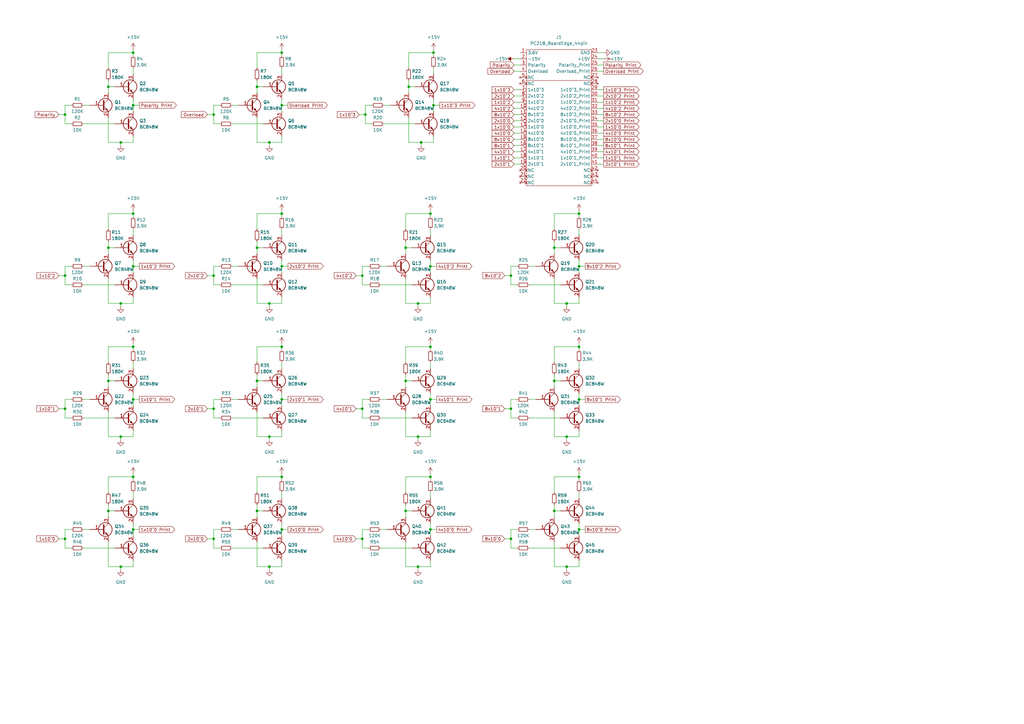
<source format=kicad_sch>
(kicad_sch (version 20211123) (generator eeschema)
  (paper "A3")
  (junction (at 49.53 179.07))
  (junction (at 177.8 21.59))
  (junction (at 209.55 220.98))
  (junction (at 44.45 101.6))
  (junction (at 54.61 195.58))
  (junction (at 105.41 209.55))
  (junction (at 87.63 220.98))
  (junction (at 26.67 220.98))
  (junction (at 110.49 58.42))
  (junction (at 227.33 101.6))
  (junction (at 49.53 58.42))
  (junction (at 105.41 35.56))
  (junction (at 87.63 167.64))
  (junction (at 171.45 179.07))
  (junction (at 176.53 195.58))
  (junction (at 227.33 209.55))
  (junction (at 171.45 124.46))
  (junction (at 149.86 46.99))
  (junction (at 232.41 179.07))
  (junction (at 148.59 220.98))
  (junction (at 110.49 232.41))
  (junction (at 176.53 142.24))
  (junction (at 176.53 109.22))
  (junction (at 26.67 113.03))
  (junction (at 232.41 232.41))
  (junction (at 54.61 43.18))
  (junction (at 105.41 101.6))
  (junction (at 87.63 113.03))
  (junction (at 54.61 21.59))
  (junction (at 176.53 217.17))
  (junction (at 115.57 195.58))
  (junction (at 54.61 163.83))
  (junction (at 148.59 167.64))
  (junction (at 115.57 21.59))
  (junction (at 115.57 142.24))
  (junction (at 110.49 124.46))
  (junction (at 54.61 217.17))
  (junction (at 166.37 209.55))
  (junction (at 44.45 209.55))
  (junction (at 44.45 156.21))
  (junction (at 237.49 163.83))
  (junction (at 209.55 113.03))
  (junction (at 232.41 124.46))
  (junction (at 166.37 156.21))
  (junction (at 172.72 58.42))
  (junction (at 237.49 87.63))
  (junction (at 166.37 101.6))
  (junction (at 26.67 167.64))
  (junction (at 227.33 156.21))
  (junction (at 209.55 167.64))
  (junction (at 87.63 46.99))
  (junction (at 167.64 35.56))
  (junction (at 54.61 109.22))
  (junction (at 171.45 232.41))
  (junction (at 26.67 46.99))
  (junction (at 176.53 87.63))
  (junction (at 49.53 124.46))
  (junction (at 105.41 156.21))
  (junction (at 237.49 195.58))
  (junction (at 237.49 109.22))
  (junction (at 110.49 179.07))
  (junction (at 177.8 43.18))
  (junction (at 49.53 232.41))
  (junction (at 44.45 35.56))
  (junction (at 115.57 109.22))
  (junction (at 148.59 113.03))
  (junction (at 115.57 163.83))
  (junction (at 237.49 217.17))
  (junction (at 54.61 142.24))
  (junction (at 115.57 43.18))
  (junction (at 115.57 217.17))
  (junction (at 237.49 142.24))
  (junction (at 115.57 87.63))
  (junction (at 54.61 87.63))
  (junction (at 176.53 163.83))
  (wire (pts (xy 95.25 116.84) (xy 107.95 116.84)))
  (wire (pts (xy 44.45 87.63) (xy 54.61 87.63)))
  (wire (pts (xy 49.53 124.46) (xy 54.61 124.46)))
  (wire (pts (xy 237.49 109.22) (xy 237.49 111.76)))
  (wire (pts (xy 176.53 109.22) (xy 179.07 109.22)))
  (wire (pts (xy 245.11 54.61) (xy 247.65 54.61)))
  (wire (pts (xy 245.11 24.13) (xy 247.65 24.13)))
  (wire (pts (xy 24.13 113.03) (xy 26.67 113.03)))
  (wire (pts (xy 26.67 224.79) (xy 26.67 220.98)))
  (wire (pts (xy 209.55 224.79) (xy 209.55 220.98)))
  (wire (pts (xy 26.67 116.84) (xy 26.67 113.03)))
  (wire (pts (xy 210.82 24.13) (xy 213.36 24.13)))
  (wire (pts (xy 110.49 59.69) (xy 110.49 58.42)))
  (wire (pts (xy 210.82 59.69) (xy 213.36 59.69)))
  (wire (pts (xy 115.57 163.83) (xy 115.57 166.37)))
  (wire (pts (xy 166.37 153.67) (xy 166.37 156.21)))
  (wire (pts (xy 44.45 35.56) (xy 44.45 38.1)))
  (wire (pts (xy 105.41 195.58) (xy 115.57 195.58)))
  (wire (pts (xy 29.21 171.45) (xy 26.67 171.45)))
  (wire (pts (xy 177.8 21.59) (xy 177.8 22.86)))
  (wire (pts (xy 115.57 140.97) (xy 115.57 142.24)))
  (wire (pts (xy 105.41 21.59) (xy 115.57 21.59)))
  (wire (pts (xy 87.63 113.03) (xy 87.63 109.22)))
  (wire (pts (xy 227.33 153.67) (xy 227.33 156.21)))
  (wire (pts (xy 87.63 50.8) (xy 87.63 46.99)))
  (wire (pts (xy 54.61 163.83) (xy 57.15 163.83)))
  (wire (pts (xy 146.05 167.64) (xy 148.59 167.64)))
  (wire (pts (xy 210.82 46.99) (xy 213.36 46.99)))
  (wire (pts (xy 105.41 153.67) (xy 105.41 156.21)))
  (wire (pts (xy 212.09 116.84) (xy 209.55 116.84)))
  (wire (pts (xy 54.61 142.24) (xy 54.61 143.51)))
  (wire (pts (xy 44.45 142.24) (xy 54.61 142.24)))
  (wire (pts (xy 44.45 195.58) (xy 54.61 195.58)))
  (wire (pts (xy 148.59 167.64) (xy 148.59 163.83)))
  (wire (pts (xy 171.45 124.46) (xy 176.53 124.46)))
  (wire (pts (xy 237.49 217.17) (xy 240.03 217.17)))
  (wire (pts (xy 105.41 209.55) (xy 105.41 212.09)))
  (wire (pts (xy 210.82 54.61) (xy 213.36 54.61)))
  (wire (pts (xy 210.82 62.23) (xy 213.36 62.23)))
  (wire (pts (xy 167.64 21.59) (xy 177.8 21.59)))
  (wire (pts (xy 44.45 153.67) (xy 44.45 156.21)))
  (wire (pts (xy 152.4 50.8) (xy 149.86 50.8)))
  (wire (pts (xy 44.45 148.59) (xy 44.45 142.24)))
  (wire (pts (xy 148.59 163.83) (xy 151.13 163.83)))
  (wire (pts (xy 237.49 217.17) (xy 237.49 219.71)))
  (wire (pts (xy 34.29 116.84) (xy 46.99 116.84)))
  (wire (pts (xy 26.67 43.18) (xy 29.21 43.18)))
  (wire (pts (xy 54.61 27.94) (xy 54.61 30.48)))
  (wire (pts (xy 54.61 232.41) (xy 54.61 229.87)))
  (wire (pts (xy 26.67 220.98) (xy 26.67 217.17)))
  (wire (pts (xy 232.41 124.46) (xy 237.49 124.46)))
  (wire (pts (xy 146.05 113.03) (xy 148.59 113.03)))
  (wire (pts (xy 232.41 179.07) (xy 227.33 179.07)))
  (wire (pts (xy 54.61 140.97) (xy 54.61 142.24)))
  (wire (pts (xy 110.49 124.46) (xy 105.41 124.46)))
  (wire (pts (xy 29.21 116.84) (xy 26.67 116.84)))
  (wire (pts (xy 115.57 214.63) (xy 115.57 217.17)))
  (wire (pts (xy 115.57 201.93) (xy 115.57 204.47)))
  (wire (pts (xy 54.61 217.17) (xy 57.15 217.17)))
  (wire (pts (xy 227.33 142.24) (xy 237.49 142.24)))
  (wire (pts (xy 210.82 52.07) (xy 213.36 52.07)))
  (wire (pts (xy 105.41 99.06) (xy 105.41 101.6)))
  (wire (pts (xy 245.11 64.77) (xy 247.65 64.77)))
  (wire (pts (xy 172.72 58.42) (xy 167.64 58.42)))
  (wire (pts (xy 237.49 109.22) (xy 240.03 109.22)))
  (wire (pts (xy 245.11 52.07) (xy 247.65 52.07)))
  (wire (pts (xy 210.82 67.31) (xy 213.36 67.31)))
  (wire (pts (xy 24.13 220.98) (xy 26.67 220.98)))
  (wire (pts (xy 85.09 113.03) (xy 87.63 113.03)))
  (wire (pts (xy 245.11 39.37) (xy 247.65 39.37)))
  (wire (pts (xy 176.53 148.59) (xy 176.53 151.13)))
  (wire (pts (xy 166.37 222.25) (xy 166.37 232.41)))
  (wire (pts (xy 166.37 142.24) (xy 176.53 142.24)))
  (wire (pts (xy 95.25 43.18) (xy 97.79 43.18)))
  (wire (pts (xy 171.45 124.46) (xy 166.37 124.46)))
  (wire (pts (xy 209.55 220.98) (xy 209.55 217.17)))
  (wire (pts (xy 207.01 113.03) (xy 209.55 113.03)))
  (wire (pts (xy 232.41 180.34) (xy 232.41 179.07)))
  (wire (pts (xy 237.49 195.58) (xy 237.49 196.85)))
  (wire (pts (xy 166.37 101.6) (xy 168.91 101.6)))
  (wire (pts (xy 110.49 180.34) (xy 110.49 179.07)))
  (wire (pts (xy 217.17 163.83) (xy 219.71 163.83)))
  (wire (pts (xy 227.33 114.3) (xy 227.33 124.46)))
  (wire (pts (xy 105.41 35.56) (xy 105.41 38.1)))
  (wire (pts (xy 148.59 116.84) (xy 148.59 113.03)))
  (wire (pts (xy 171.45 233.68) (xy 171.45 232.41)))
  (wire (pts (xy 210.82 57.15) (xy 213.36 57.15)))
  (wire (pts (xy 24.13 167.64) (xy 26.67 167.64)))
  (wire (pts (xy 105.41 87.63) (xy 115.57 87.63)))
  (wire (pts (xy 105.41 156.21) (xy 107.95 156.21)))
  (wire (pts (xy 176.53 93.98) (xy 176.53 96.52)))
  (wire (pts (xy 105.41 101.6) (xy 105.41 104.14)))
  (wire (pts (xy 148.59 113.03) (xy 148.59 109.22)))
  (wire (pts (xy 26.67 46.99) (xy 26.67 43.18)))
  (wire (pts (xy 245.11 67.31) (xy 247.65 67.31)))
  (wire (pts (xy 166.37 201.93) (xy 166.37 195.58)))
  (wire (pts (xy 227.33 222.25) (xy 227.33 232.41)))
  (wire (pts (xy 210.82 41.91) (xy 213.36 41.91)))
  (wire (pts (xy 110.49 233.68) (xy 110.49 232.41)))
  (wire (pts (xy 44.45 101.6) (xy 46.99 101.6)))
  (wire (pts (xy 110.49 58.42) (xy 105.41 58.42)))
  (wire (pts (xy 232.41 232.41) (xy 237.49 232.41)))
  (wire (pts (xy 85.09 46.99) (xy 87.63 46.99)))
  (wire (pts (xy 177.8 40.64) (xy 177.8 43.18)))
  (wire (pts (xy 156.21 116.84) (xy 168.91 116.84)))
  (wire (pts (xy 148.59 220.98) (xy 148.59 217.17)))
  (wire (pts (xy 149.86 46.99) (xy 149.86 43.18)))
  (wire (pts (xy 54.61 124.46) (xy 54.61 121.92)))
  (wire (pts (xy 171.45 232.41) (xy 166.37 232.41)))
  (wire (pts (xy 44.45 27.94) (xy 44.45 21.59)))
  (wire (pts (xy 217.17 109.22) (xy 219.71 109.22)))
  (wire (pts (xy 176.53 201.93) (xy 176.53 204.47)))
  (wire (pts (xy 105.41 222.25) (xy 105.41 232.41)))
  (wire (pts (xy 105.41 48.26) (xy 105.41 58.42)))
  (wire (pts (xy 149.86 43.18) (xy 152.4 43.18)))
  (wire (pts (xy 177.8 43.18) (xy 177.8 45.72)))
  (wire (pts (xy 156.21 163.83) (xy 158.75 163.83)))
  (wire (pts (xy 237.49 124.46) (xy 237.49 121.92)))
  (wire (pts (xy 166.37 148.59) (xy 166.37 142.24)))
  (wire (pts (xy 176.53 179.07) (xy 176.53 176.53)))
  (wire (pts (xy 87.63 116.84) (xy 87.63 113.03)))
  (wire (pts (xy 210.82 64.77) (xy 213.36 64.77)))
  (wire (pts (xy 167.64 35.56) (xy 170.18 35.56)))
  (wire (pts (xy 54.61 161.29) (xy 54.61 163.83)))
  (wire (pts (xy 105.41 101.6) (xy 107.95 101.6)))
  (wire (pts (xy 209.55 109.22) (xy 212.09 109.22)))
  (wire (pts (xy 227.33 99.06) (xy 227.33 101.6)))
  (wire (pts (xy 54.61 40.64) (xy 54.61 43.18)))
  (wire (pts (xy 85.09 167.64) (xy 87.63 167.64)))
  (wire (pts (xy 227.33 209.55) (xy 229.87 209.55)))
  (wire (pts (xy 171.45 179.07) (xy 176.53 179.07)))
  (wire (pts (xy 237.49 179.07) (xy 237.49 176.53)))
  (wire (pts (xy 148.59 171.45) (xy 148.59 167.64)))
  (wire (pts (xy 176.53 163.83) (xy 179.07 163.83)))
  (wire (pts (xy 49.53 233.68) (xy 49.53 232.41)))
  (wire (pts (xy 245.11 44.45) (xy 247.65 44.45)))
  (wire (pts (xy 166.37 156.21) (xy 166.37 158.75)))
  (wire (pts (xy 26.67 171.45) (xy 26.67 167.64)))
  (wire (pts (xy 24.13 46.99) (xy 26.67 46.99)))
  (wire (pts (xy 105.41 168.91) (xy 105.41 179.07)))
  (wire (pts (xy 44.45 21.59) (xy 54.61 21.59)))
  (wire (pts (xy 95.25 217.17) (xy 97.79 217.17)))
  (wire (pts (xy 227.33 101.6) (xy 229.87 101.6)))
  (wire (pts (xy 54.61 179.07) (xy 54.61 176.53)))
  (wire (pts (xy 54.61 148.59) (xy 54.61 151.13)))
  (wire (pts (xy 176.53 140.97) (xy 176.53 142.24)))
  (wire (pts (xy 87.63 217.17) (xy 90.17 217.17)))
  (wire (pts (xy 237.49 194.31) (xy 237.49 195.58)))
  (wire (pts (xy 166.37 156.21) (xy 168.91 156.21)))
  (wire (pts (xy 115.57 194.31) (xy 115.57 195.58)))
  (wire (pts (xy 115.57 106.68) (xy 115.57 109.22)))
  (wire (pts (xy 209.55 116.84) (xy 209.55 113.03)))
  (wire (pts (xy 232.41 124.46) (xy 227.33 124.46)))
  (wire (pts (xy 151.13 171.45) (xy 148.59 171.45)))
  (wire (pts (xy 245.11 26.67) (xy 247.65 26.67)))
  (wire (pts (xy 115.57 148.59) (xy 115.57 151.13)))
  (wire (pts (xy 110.49 232.41) (xy 115.57 232.41)))
  (wire (pts (xy 34.29 171.45) (xy 46.99 171.45)))
  (wire (pts (xy 156.21 217.17) (xy 158.75 217.17)))
  (wire (pts (xy 87.63 171.45) (xy 87.63 167.64)))
  (wire (pts (xy 232.41 179.07) (xy 237.49 179.07)))
  (wire (pts (xy 34.29 50.8) (xy 46.99 50.8)))
  (wire (pts (xy 115.57 21.59) (xy 115.57 22.86)))
  (wire (pts (xy 26.67 167.64) (xy 26.67 163.83)))
  (wire (pts (xy 166.37 207.01) (xy 166.37 209.55)))
  (wire (pts (xy 237.49 93.98) (xy 237.49 96.52)))
  (wire (pts (xy 29.21 50.8) (xy 26.67 50.8)))
  (wire (pts (xy 34.29 163.83) (xy 36.83 163.83)))
  (wire (pts (xy 87.63 43.18) (xy 90.17 43.18)))
  (wire (pts (xy 227.33 195.58) (xy 237.49 195.58)))
  (wire (pts (xy 34.29 109.22) (xy 36.83 109.22)))
  (wire (pts (xy 245.11 59.69) (xy 247.65 59.69)))
  (wire (pts (xy 54.61 109.22) (xy 54.61 111.76)))
  (wire (pts (xy 167.64 35.56) (xy 167.64 38.1)))
  (wire (pts (xy 49.53 232.41) (xy 54.61 232.41)))
  (wire (pts (xy 34.29 43.18) (xy 36.83 43.18)))
  (wire (pts (xy 44.45 101.6) (xy 44.45 104.14)))
  (wire (pts (xy 157.48 50.8) (xy 170.18 50.8)))
  (wire (pts (xy 49.53 59.69) (xy 49.53 58.42)))
  (wire (pts (xy 105.41 114.3) (xy 105.41 124.46)))
  (wire (pts (xy 110.49 232.41) (xy 105.41 232.41)))
  (wire (pts (xy 237.49 201.93) (xy 237.49 204.47)))
  (wire (pts (xy 115.57 124.46) (xy 115.57 121.92)))
  (wire (pts (xy 115.57 217.17) (xy 118.11 217.17)))
  (wire (pts (xy 49.53 232.41) (xy 44.45 232.41)))
  (wire (pts (xy 115.57 161.29) (xy 115.57 163.83)))
  (wire (pts (xy 105.41 148.59) (xy 105.41 142.24)))
  (wire (pts (xy 212.09 171.45) (xy 209.55 171.45)))
  (wire (pts (xy 105.41 93.98) (xy 105.41 87.63)))
  (wire (pts (xy 115.57 109.22) (xy 118.11 109.22)))
  (wire (pts (xy 166.37 99.06) (xy 166.37 101.6)))
  (wire (pts (xy 156.21 224.79) (xy 168.91 224.79)))
  (wire (pts (xy 177.8 27.94) (xy 177.8 30.48)))
  (wire (pts (xy 44.45 99.06) (xy 44.45 101.6)))
  (wire (pts (xy 105.41 207.01) (xy 105.41 209.55)))
  (wire (pts (xy 212.09 224.79) (xy 209.55 224.79)))
  (wire (pts (xy 232.41 125.73) (xy 232.41 124.46)))
  (wire (pts (xy 85.09 220.98) (xy 87.63 220.98)))
  (wire (pts (xy 207.01 167.64) (xy 209.55 167.64)))
  (wire (pts (xy 210.82 49.53) (xy 213.36 49.53)))
  (wire (pts (xy 44.45 35.56) (xy 46.99 35.56)))
  (wire (pts (xy 148.59 224.79) (xy 148.59 220.98)))
  (wire (pts (xy 166.37 209.55) (xy 168.91 209.55)))
  (wire (pts (xy 115.57 27.94) (xy 115.57 30.48)))
  (wire (pts (xy 166.37 87.63) (xy 176.53 87.63)))
  (wire (pts (xy 44.45 201.93) (xy 44.45 195.58)))
  (wire (pts (xy 227.33 156.21) (xy 227.33 158.75)))
  (wire (pts (xy 176.53 161.29) (xy 176.53 163.83)))
  (wire (pts (xy 209.55 217.17) (xy 212.09 217.17)))
  (wire (pts (xy 232.41 233.68) (xy 232.41 232.41)))
  (wire (pts (xy 237.49 106.68) (xy 237.49 109.22)))
  (wire (pts (xy 210.82 29.21) (xy 213.36 29.21)))
  (wire (pts (xy 54.61 86.36) (xy 54.61 87.63)))
  (wire (pts (xy 245.11 41.91) (xy 247.65 41.91)))
  (wire (pts (xy 105.41 156.21) (xy 105.41 158.75)))
  (wire (pts (xy 115.57 179.07) (xy 115.57 176.53)))
  (wire (pts (xy 177.8 58.42) (xy 177.8 55.88)))
  (wire (pts (xy 49.53 125.73) (xy 49.53 124.46)))
  (wire (pts (xy 44.45 33.02) (xy 44.45 35.56)))
  (wire (pts (xy 156.21 109.22) (xy 158.75 109.22)))
  (wire (pts (xy 54.61 21.59) (xy 54.61 22.86)))
  (wire (pts (xy 151.13 116.84) (xy 148.59 116.84)))
  (wire (pts (xy 54.61 93.98) (xy 54.61 96.52)))
  (wire (pts (xy 44.45 207.01) (xy 44.45 209.55)))
  (wire (pts (xy 209.55 113.03) (xy 209.55 109.22)))
  (wire (pts (xy 237.49 87.63) (xy 237.49 88.9)))
  (wire (pts (xy 115.57 58.42) (xy 115.57 55.88)))
  (wire (pts (xy 227.33 148.59) (xy 227.33 142.24)))
  (wire (pts (xy 115.57 93.98) (xy 115.57 96.52)))
  (wire (pts (xy 227.33 207.01) (xy 227.33 209.55)))
  (wire (pts (xy 54.61 43.18) (xy 57.15 43.18)))
  (wire (pts (xy 90.17 224.79) (xy 87.63 224.79)))
  (wire (pts (xy 115.57 43.18) (xy 115.57 45.72)))
  (wire (pts (xy 44.45 156.21) (xy 44.45 158.75)))
  (wire (pts (xy 245.11 21.59) (xy 247.65 21.59)))
  (wire (pts (xy 44.45 209.55) (xy 46.99 209.55)))
  (wire (pts (xy 95.25 163.83) (xy 97.79 163.83)))
  (wire (pts (xy 44.45 209.55) (xy 44.45 212.09)))
  (wire (pts (xy 210.82 26.67) (xy 213.36 26.67)))
  (wire (pts (xy 26.67 109.22) (xy 29.21 109.22)))
  (wire (pts (xy 245.11 62.23) (xy 247.65 62.23)))
  (wire (pts (xy 115.57 163.83) (xy 118.11 163.83)))
  (wire (pts (xy 237.49 142.24) (xy 237.49 143.51)))
  (wire (pts (xy 115.57 232.41) (xy 115.57 229.87)))
  (wire (pts (xy 176.53 194.31) (xy 176.53 195.58)))
  (wire (pts (xy 176.53 142.24) (xy 176.53 143.51)))
  (wire (pts (xy 176.53 232.41) (xy 176.53 229.87)))
  (wire (pts (xy 167.64 33.02) (xy 167.64 35.56)))
  (wire (pts (xy 105.41 33.02) (xy 105.41 35.56)))
  (wire (pts (xy 166.37 101.6) (xy 166.37 104.14)))
  (wire (pts (xy 26.67 217.17) (xy 29.21 217.17)))
  (wire (pts (xy 237.49 214.63) (xy 237.49 217.17)))
  (wire (pts (xy 166.37 114.3) (xy 166.37 124.46)))
  (wire (pts (xy 105.41 35.56) (xy 107.95 35.56)))
  (wire (pts (xy 95.25 224.79) (xy 107.95 224.79)))
  (wire (pts (xy 171.45 180.34) (xy 171.45 179.07)))
  (wire (pts (xy 237.49 232.41) (xy 237.49 229.87)))
  (wire (pts (xy 176.53 195.58) (xy 176.53 196.85)))
  (wire (pts (xy 207.01 220.98) (xy 209.55 220.98)))
  (wire (pts (xy 227.33 101.6) (xy 227.33 104.14)))
  (wire (pts (xy 237.49 140.97) (xy 237.49 142.24)))
  (wire (pts (xy 49.53 58.42) (xy 54.61 58.42)))
  (wire (pts (xy 210.82 44.45) (xy 213.36 44.45)))
  (wire (pts (xy 44.45 222.25) (xy 44.45 232.41)))
  (wire (pts (xy 105.41 27.94) (xy 105.41 21.59)))
  (wire (pts (xy 115.57 40.64) (xy 115.57 43.18)))
  (wire (pts (xy 110.49 125.73) (xy 110.49 124.46)))
  (wire (pts (xy 90.17 50.8) (xy 87.63 50.8)))
  (wire (pts (xy 87.63 46.99) (xy 87.63 43.18)))
  (wire (pts (xy 54.61 58.42) (xy 54.61 55.88)))
  (wire (pts (xy 176.53 124.46) (xy 176.53 121.92)))
  (wire (pts (xy 87.63 109.22) (xy 90.17 109.22)))
  (wire (pts (xy 245.11 29.21) (xy 247.65 29.21)))
  (wire (pts (xy 237.49 163.83) (xy 237.49 166.37)))
  (wire (pts (xy 54.61 195.58) (xy 54.61 196.85)))
  (wire (pts (xy 176.53 106.68) (xy 176.53 109.22)))
  (wire (pts (xy 44.45 168.91) (xy 44.45 179.07)))
  (wire (pts (xy 49.53 180.34) (xy 49.53 179.07)))
  (wire (pts (xy 237.49 86.36) (xy 237.49 87.63)))
  (wire (pts (xy 26.67 163.83) (xy 29.21 163.83)))
  (wire (pts (xy 95.25 50.8) (xy 107.95 50.8)))
  (wire (pts (xy 171.45 125.73) (xy 171.45 124.46)))
  (wire (pts (xy 90.17 116.84) (xy 87.63 116.84)))
  (wire (pts (xy 115.57 20.32) (xy 115.57 21.59)))
  (wire (pts (xy 34.29 224.79) (xy 46.99 224.79)))
  (wire (pts (xy 232.41 232.41) (xy 227.33 232.41)))
  (wire (pts (xy 54.61 194.31) (xy 54.61 195.58)))
  (wire (pts (xy 227.33 156.21) (xy 229.87 156.21)))
  (wire (pts (xy 44.45 156.21) (xy 46.99 156.21)))
  (wire (pts (xy 54.61 217.17) (xy 54.61 219.71)))
  (wire (pts (xy 177.8 43.18) (xy 180.34 43.18)))
  (wire (pts (xy 87.63 220.98) (xy 87.63 217.17)))
  (wire (pts (xy 176.53 163.83) (xy 176.53 166.37)))
  (wire (pts (xy 54.61 87.63) (xy 54.61 88.9)))
  (wire (pts (xy 171.45 179.07) (xy 166.37 179.07)))
  (wire (pts (xy 54.61 109.22) (xy 57.15 109.22)))
  (wire (pts (xy 176.53 217.17) (xy 179.07 217.17)))
  (wire (pts (xy 210.82 39.37) (xy 213.36 39.37)))
  (wire (pts (xy 217.17 224.79) (xy 229.87 224.79)))
  (wire (pts (xy 115.57 87.63) (xy 115.57 88.9)))
  (wire (pts (xy 147.32 46.99) (xy 149.86 46.99)))
  (wire (pts (xy 54.61 201.93) (xy 54.61 204.47)))
  (wire (pts (xy 227.33 93.98) (xy 227.33 87.63)))
  (wire (pts (xy 166.37 168.91) (xy 166.37 179.07)))
  (wire (pts (xy 110.49 179.07) (xy 105.41 179.07)))
  (wire (pts (xy 105.41 209.55) (xy 107.95 209.55)))
  (wire (pts (xy 209.55 167.64) (xy 209.55 163.83)))
  (wire (pts (xy 115.57 109.22) (xy 115.57 111.76)))
  (wire (pts (xy 115.57 86.36) (xy 115.57 87.63)))
  (wire (pts (xy 217.17 171.45) (xy 229.87 171.45)))
  (wire (pts (xy 115.57 195.58) (xy 115.57 196.85)))
  (wire (pts (xy 167.64 27.94) (xy 167.64 21.59)))
  (wire (pts (xy 245.11 36.83) (xy 247.65 36.83)))
  (wire (pts (xy 90.17 171.45) (xy 87.63 171.45)))
  (wire (pts (xy 148.59 217.17) (xy 151.13 217.17)))
  (wire (pts (xy 177.8 20.32) (xy 177.8 21.59)))
  (wire (pts (xy 54.61 43.18) (xy 54.61 45.72)))
  (wire (pts (xy 54.61 20.32) (xy 54.61 21.59)))
  (wire (pts (xy 110.49 124.46) (xy 115.57 124.46)))
  (wire (pts (xy 148.59 109.22) (xy 151.13 109.22)))
  (wire (pts (xy 167.64 48.26) (xy 167.64 58.42)))
  (wire (pts (xy 227.33 209.55) (xy 227.33 212.09)))
  (wire (pts (xy 157.48 43.18) (xy 160.02 43.18)))
  (wire (pts (xy 237.49 148.59) (xy 237.49 151.13)))
  (wire (pts (xy 110.49 58.42) (xy 115.57 58.42)))
  (wire (pts (xy 209.55 171.45) (xy 209.55 167.64)))
  (wire (pts (xy 26.67 50.8) (xy 26.67 46.99)))
  (wire (pts (xy 227.33 201.93) (xy 227.33 195.58)))
  (wire (pts (xy 166.37 209.55) (xy 166.37 212.09)))
  (wire (pts (xy 245.11 49.53) (xy 247.65 49.53)))
  (wire (pts (xy 176.53 217.17) (xy 176.53 219.71)))
  (wire (pts (xy 237.49 163.83) (xy 240.03 163.83)))
  (wire (pts (xy 44.45 114.3) (xy 44.45 124.46)))
  (wire (pts (xy 146.05 220.98) (xy 148.59 220.98)))
  (wire (pts (xy 87.63 163.83) (xy 90.17 163.83)))
  (wire (pts (xy 54.61 163.83) (xy 54.61 166.37)))
  (wire (pts (xy 49.53 179.07) (xy 54.61 179.07)))
  (wire (pts (xy 34.29 217.17) (xy 36.83 217.17)))
  (wire (pts (xy 176.53 109.22) (xy 176.53 111.76)))
  (wire (pts (xy 210.82 36.83) (xy 213.36 36.83)))
  (wire (pts (xy 95.25 171.45) (xy 107.95 171.45)))
  (wire (pts (xy 29.21 224.79) (xy 26.67 224.79)))
  (wire (pts (xy 105.41 142.24) (xy 115.57 142.24)))
  (wire (pts (xy 171.45 232.41) (xy 176.53 232.41)))
  (wire (pts (xy 149.86 50.8) (xy 149.86 46.99)))
  (wire (pts (xy 49.53 179.07) (xy 44.45 179.07)))
  (wire (pts (xy 227.33 168.91) (xy 227.33 179.07)))
  (wire (pts (xy 176.53 87.63) (xy 176.53 88.9)))
  (wire (pts (xy 115.57 142.24) (xy 115.57 143.51)))
  (wire (pts (xy 245.11 46.99) (xy 247.65 46.99)))
  (wire (pts (xy 105.41 201.93) (xy 105.41 195.58)))
  (wire (pts (xy 217.17 116.84) (xy 229.87 116.84)))
  (wire (pts (xy 156.21 171.45) (xy 168.91 171.45)))
  (wire (pts (xy 110.49 179.07) (xy 115.57 179.07)))
  (wire (pts (xy 54.61 214.63) (xy 54.61 217.17)))
  (wire (pts (xy 176.53 86.36) (xy 176.53 87.63)))
  (wire (pts (xy 166.37 93.98) (xy 166.37 87.63)))
  (wire (pts (xy 172.72 59.69) (xy 172.72 58.42)))
  (wire (pts (xy 217.17 217.17) (xy 219.71 217.17)))
  (wire (pts (xy 151.13 224.79) (xy 148.59 224.79)))
  (wire (pts (xy 95.25 109.22) (xy 97.79 109.22)))
  (wire (pts (xy 237.49 161.29) (xy 237.49 163.83)))
  (wire (pts (xy 26.67 113.03) (xy 26.67 109.22)))
  (wire (pts (xy 115.57 217.17) (xy 115.57 219.71)))
  (wire (pts (xy 44.45 93.98) (xy 44.45 87.63)))
  (wire (pts (xy 87.63 167.64) (xy 87.63 163.83)))
  (wire (pts (xy 44.45 48.26) (xy 44.45 58.42)))
  (wire (pts (xy 245.11 57.15) (xy 247.65 57.15)))
  (wire (pts (xy 87.63 224.79) (xy 87.63 220.98)))
  (wire (pts (xy 49.53 124.46) (xy 44.45 124.46)))
  (wire (pts (xy 49.53 58.42) (xy 44.45 58.42)))
  (wire (pts (xy 115.57 43.18) (xy 118.11 43.18)))
  (wire (pts (xy 227.33 87.63) (xy 237.49 87.63)))
  (wire (pts (xy 54.61 106.68) (xy 54.61 109.22)))
  (wire (pts (xy 166.37 195.58) (xy 176.53 195.58)))
  (wire (pts (xy 172.72 58.42) (xy 177.8 58.42)))
  (wire (pts (xy 209.55 163.83) (xy 212.09 163.83)))
  (wire (pts (xy 176.53 214.63) (xy 176.53 217.17)))
  (global_label "8x10^0 Print" (shape output) (at 247.65 57.15 0) (property "Intersheet References" "${INTERSHEET_REFS}" (effects hide)))
  (global_label "4x10^1" (shape input) (at 146.05 167.64 180) (property "Intersheet References" "${INTERSHEET_REFS}" (effects hide)))
  (global_label "1x10^1 Print" (shape output) (at 57.15 163.83 0) (property "Intersheet References" "${INTERSHEET_REFS}" (effects hide)))
  (global_label "4x10^2" (shape input) (at 210.82 44.45 180) (property "Intersheet References" "${INTERSHEET_REFS}" (effects hide)))
  (global_label "1x10^2 Print" (shape output) (at 247.65 41.91 0) (property "Intersheet References" "${INTERSHEET_REFS}" (effects hide)))
  (global_label "Overload" (shape input) (at 85.09 46.99 180) (property "Intersheet References" "${INTERSHEET_REFS}" (effects hide)))
  (global_label "Overload" (shape input) (at 210.82 29.21 180) (property "Intersheet References" "${INTERSHEET_REFS}" (effects hide)))
  (global_label "4x10^2" (shape input) (at 146.05 113.03 180) (property "Intersheet References" "${INTERSHEET_REFS}" (effects hide)))
  (global_label "1x10^3" (shape input) (at 147.32 46.99 180) (property "Intersheet References" "${INTERSHEET_REFS}" (effects hide)))
  (global_label "8x10^2" (shape input) (at 207.01 113.03 180) (property "Intersheet References" "${INTERSHEET_REFS}" (effects hide)))
  (global_label "2x10^2" (shape input) (at 210.82 39.37 180) (property "Intersheet References" "${INTERSHEET_REFS}" (effects hide)))
  (global_label "8x10^1 Print" (shape output) (at 247.65 59.69 0) (property "Intersheet References" "${INTERSHEET_REFS}" (effects hide)))
  (global_label "Overload Print" (shape output) (at 118.11 43.18 0) (property "Intersheet References" "${INTERSHEET_REFS}" (effects hide)))
  (global_label "1x10^0 Print" (shape output) (at 57.15 217.17 0) (property "Intersheet References" "${INTERSHEET_REFS}" (effects hide)))
  (global_label "Polarity" (shape input) (at 210.82 26.67 180) (property "Intersheet References" "${INTERSHEET_REFS}" (effects hide)))
  (global_label "8x10^1" (shape input) (at 207.01 167.64 180) (property "Intersheet References" "${INTERSHEET_REFS}" (effects hide)))
  (global_label "4x10^0 Print" (shape output) (at 179.07 217.17 0) (property "Intersheet References" "${INTERSHEET_REFS}" (effects hide)))
  (global_label "2x10^1" (shape input) (at 85.09 167.64 180) (property "Intersheet References" "${INTERSHEET_REFS}" (effects hide)))
  (global_label "8x10^2 Print" (shape output) (at 240.03 109.22 0) (property "Intersheet References" "${INTERSHEET_REFS}" (effects hide)))
  (global_label "1x10^0" (shape input) (at 24.13 220.98 180) (property "Intersheet References" "${INTERSHEET_REFS}" (effects hide)))
  (global_label "1x10^2 Print" (shape output) (at 57.15 109.22 0) (property "Intersheet References" "${INTERSHEET_REFS}" (effects hide)))
  (global_label "Polarity Print" (shape output) (at 57.15 43.18 0) (property "Intersheet References" "${INTERSHEET_REFS}" (effects hide)))
  (global_label "4x10^1 Print" (shape output) (at 179.07 163.83 0) (property "Intersheet References" "${INTERSHEET_REFS}" (effects hide)))
  (global_label "Polarity Print" (shape output) (at 247.65 26.67 0) (property "Intersheet References" "${INTERSHEET_REFS}" (effects hide)))
  (global_label "Polarity" (shape input) (at 24.13 46.99 180) (property "Intersheet References" "${INTERSHEET_REFS}" (effects hide)))
  (global_label "8x10^0" (shape input) (at 210.82 57.15 180) (property "Intersheet References" "${INTERSHEET_REFS}" (effects hide)))
  (global_label "8x10^2 Print" (shape output) (at 247.65 46.99 0) (property "Intersheet References" "${INTERSHEET_REFS}" (effects hide)))
  (global_label "8x10^2" (shape input) (at 210.82 46.99 180) (property "Intersheet References" "${INTERSHEET_REFS}" (effects hide)))
  (global_label "1x10^1 Print" (shape output) (at 247.65 64.77 0) (property "Intersheet References" "${INTERSHEET_REFS}" (effects hide)))
  (global_label "4x10^0" (shape input) (at 146.05 220.98 180) (property "Intersheet References" "${INTERSHEET_REFS}" (effects hide)))
  (global_label "1x10^3" (shape input) (at 210.82 36.83 180) (property "Intersheet References" "${INTERSHEET_REFS}" (effects hide)))
  (global_label "4x10^2 Print" (shape output) (at 179.07 109.22 0) (property "Intersheet References" "${INTERSHEET_REFS}" (effects hide)))
  (global_label "1x10^0" (shape input) (at 210.82 52.07 180) (property "Intersheet References" "${INTERSHEET_REFS}" (effects hide)))
  (global_label "4x10^1" (shape input) (at 210.82 62.23 180) (property "Intersheet References" "${INTERSHEET_REFS}" (effects hide)))
  (global_label "1x10^3 Print" (shape output) (at 180.34 43.18 0) (property "Intersheet References" "${INTERSHEET_REFS}" (effects hide)))
  (global_label "8x10^0" (shape input) (at 207.01 220.98 180) (property "Intersheet References" "${INTERSHEET_REFS}" (effects hide)))
  (global_label "2x10^1 Print" (shape output) (at 247.65 67.31 0) (property "Intersheet References" "${INTERSHEET_REFS}" (effects hide)))
  (global_label "1x10^3 Print" (shape output) (at 247.65 36.83 0) (property "Intersheet References" "${INTERSHEET_REFS}" (effects hide)))
  (global_label "2x10^2" (shape input) (at 85.09 113.03 180) (property "Intersheet References" "${INTERSHEET_REFS}" (effects hide)))
  (global_label "2x10^1 Print" (shape output) (at 118.11 163.83 0) (property "Intersheet References" "${INTERSHEET_REFS}" (effects hide)))
  (global_label "2x10^2 Print" (shape output) (at 247.65 39.37 0) (property "Intersheet References" "${INTERSHEET_REFS}" (effects hide)))
  (global_label "1x10^1" (shape input) (at 24.13 167.64 180) (property "Intersheet References" "${INTERSHEET_REFS}" (effects hide)))
  (global_label "1x10^2" (shape input) (at 210.82 41.91 180) (property "Intersheet References" "${INTERSHEET_REFS}" (effects hide)))
  (global_label "Overload Print" (shape output) (at 247.65 29.21 0) (property "Intersheet References" "${INTERSHEET_REFS}" (effects hide)))
  (global_label "8x10^0 Print" (shape output) (at 240.03 217.17 0) (property "Intersheet References" "${INTERSHEET_REFS}" (effects hide)))
  (global_label "1x10^1" (shape input) (at 210.82 64.77 180) (property "Intersheet References" "${INTERSHEET_REFS}" (effects hide)))
  (global_label "4x10^1 Print" (shape output) (at 247.65 62.23 0) (property "Intersheet References" "${INTERSHEET_REFS}" (effects hide)))
  (global_label "4x10^0" (shape input) (at 210.82 54.61 180) (property "Intersheet References" "${INTERSHEET_REFS}" (effects hide)))
  (global_label "1x10^2" (shape input) (at 24.13 113.03 180) (property "Intersheet References" "${INTERSHEET_REFS}" (effects hide)))
  (global_label "2x10^0" (shape input) (at 210.82 49.53 180) (property "Intersheet References" "${INTERSHEET_REFS}" (effects hide)))
  (global_label "2x10^0 Print" (shape output) (at 118.11 217.17 0) (property "Intersheet References" "${INTERSHEET_REFS}" (effects hide)))
  (global_label "2x10^0 Print" (shape output) (at 247.65 49.53 0) (property "Intersheet References" "${INTERSHEET_REFS}" (effects hide)))
  (global_label "8x10^1 Print" (shape output) (at 240.03 163.83 0) (property "Intersheet References" "${INTERSHEET_REFS}" (effects hide)))
  (global_label "1x10^0 Print" (shape output) (at 247.65 52.07 0) (property "Intersheet References" "${INTERSHEET_REFS}" (effects hide)))
  (global_label "4x10^0 Print" (shape output) (at 247.65 54.61 0) (property "Intersheet References" "${INTERSHEET_REFS}" (effects hide)))
  (global_label "4x10^2 Print" (shape output) (at 247.65 44.45 0) (property "Intersheet References" "${INTERSHEET_REFS}" (effects hide)))
  (global_label "2x10^1" (shape input) (at 210.82 67.31 180) (property "Intersheet References" "${INTERSHEET_REFS}" (effects hide)))
  (global_label "8x10^1" (shape input) (at 210.82 59.69 180) (property "Intersheet References" "${INTERSHEET_REFS}" (effects hide)))
  (global_label "2x10^2 Print" (shape output) (at 118.11 109.22 0) (property "Intersheet References" "${INTERSHEET_REFS}" (effects hide)))
  (global_label "2x10^0" (shape input) (at 85.09 220.98 180) (property "Intersheet References" "${INTERSHEET_REFS}" (effects hide)))
  (symbol (lib_id "Device:R_Small") (at 92.71 50.8 90) (unit 1)
    (property "Reference" "R6" (at 92.71 48.26 90))
    (property "Value" "10K" (at 92.71 53.34 90))
    (property "Footprint" "Resistor_SMD:R_0603_1608Metric" (effects hide))
  )
  (symbol (lib_id "power:GND") (at 171.45 233.68 0) (unit 1)
    (property "Reference" "#PWR0126" (effects hide))
    (property "Value" "GND" (at 171.45 238.76 0))
  )
  (symbol (lib_id "Device:R_Small") (at 31.75 43.18 90) (unit 1)
    (property "Reference" "R1" (at 31.75 40.64 90))
    (property "Value" "120K" (at 31.75 45.72 90))
    (property "Footprint" "Resistor_SMD:R_0603_1608Metric" (effects hide))
  )
  (symbol (lib_id "Device:R_Small") (at 177.8 25.4 0) (unit 1)
    (property "Reference" "R24" (at 179.07 24.13 0) (effects (justify left)))
    (property "Value" "3.9K" (at 179.07 26.67 0) (effects (justify left)))
    (property "Footprint" "Resistor_SMD:R_0603_1608Metric" (effects hide))
  )
  (symbol (lib_id "power:GND") (at 172.72 59.69 0) (unit 1)
    (property "Reference" "#PWR0111" (effects hide))
    (property "Value" "GND" (at 172.72 64.77 0))
  )
  (symbol (lib_id "Device:R_Small") (at 105.41 204.47 0) (unit 1)
    (property "Reference" "R51" (at 106.68 203.2 0) (effects (justify left)))
    (property "Value" "180K" (at 106.68 205.74 0) (effects (justify left)))
    (property "Footprint" "Resistor_SMD:R_0603_1608Metric" (effects hide))
  )
  (symbol (lib_id "keithley_615_sym_library:PC218_BoardEdge_44pin") (at 229.87 19.05 0) (unit 1)
    (property "Reference" "J1" (at 229.235 15.24 0))
    (property "Value" "PC218_BoardEdge_44pin" (at 229.235 17.78 0))
    (property "Footprint" "keithley_615_part_library:PC218_Edge_Connector" (effects hide))
  )
  (symbol (lib_id "Transistor_BJT:BC848W") (at 52.07 35.56 0) (unit 1)
    (property "Reference" "Q2" (at 57.15 34.2899 0) (effects (justify left)))
    (property "Value" "BC848W" (at 57.15 36.8299 0) (effects (justify left)))
    (property "Footprint" "Package_TO_SOT_SMD:SOT-323_SC-70" (effects hide))
    (property "Datasheet" "http://www.infineon.com/dgdl/Infineon-BC847SERIES_BC848SERIES_BC849SERIES_BC850SERIES-DS-v01_01-en.pdf?fileId=db3a304314dca389011541d4630a1657" (effects hide))
  )
  (symbol (lib_id "Transistor_BJT:BC848W") (at 102.87 43.18 0) (unit 1)
    (property "Reference" "Q4" (at 107.95 41.9099 0) (effects (justify left)))
    (property "Value" "BC848W" (at 107.95 44.4499 0) (effects (justify left)))
    (property "Footprint" "Package_TO_SOT_SMD:SOT-323_SC-70" (effects hide))
    (property "Datasheet" "http://www.infineon.com/dgdl/Infineon-BC847SERIES_BC848SERIES_BC849SERIES_BC850SERIES-DS-v01_01-en.pdf?fileId=db3a304314dca389011541d4630a1657" (effects hide))
  )
  (symbol (lib_id "Transistor_BJT:BC848W") (at 113.03 209.55 0) (unit 1)
    (property "Reference" "Q38" (at 118.11 208.2799 0) (effects (justify left)))
    (property "Value" "BC848W" (at 118.11 210.8199 0) (effects (justify left)))
    (property "Footprint" "Package_TO_SOT_SMD:SOT-323_SC-70" (effects hide))
    (property "Datasheet" "http://www.infineon.com/dgdl/Infineon-BC847SERIES_BC848SERIES_BC849SERIES_BC850SERIES-DS-v01_01-en.pdf?fileId=db3a304314dca389011541d4630a1657" (effects hide))
  )
  (symbol (lib_id "Transistor_BJT:BC848W") (at 173.99 156.21 0) (unit 1)
    (property "Reference" "Q29" (at 179.07 154.9399 0) (effects (justify left)))
    (property "Value" "BC848W" (at 179.07 157.4799 0) (effects (justify left)))
    (property "Footprint" "Package_TO_SOT_SMD:SOT-323_SC-70" (effects hide))
    (property "Datasheet" "http://www.infineon.com/dgdl/Infineon-BC847SERIES_BC848SERIES_BC849SERIES_BC850SERIES-DS-v01_01-en.pdf?fileId=db3a304314dca389011541d4630a1657" (effects hide))
  )
  (symbol (lib_id "Transistor_BJT:BC848W") (at 224.79 163.83 0) (unit 1)
    (property "Reference" "Q31" (at 229.87 162.5599 0) (effects (justify left)))
    (property "Value" "BC848W" (at 229.87 165.0999 0) (effects (justify left)))
    (property "Footprint" "Package_TO_SOT_SMD:SOT-323_SC-70" (effects hide))
    (property "Datasheet" "http://www.infineon.com/dgdl/Infineon-BC847SERIES_BC848SERIES_BC849SERIES_BC850SERIES-DS-v01_01-en.pdf?fileId=db3a304314dca389011541d4630a1657" (effects hide))
  )
  (symbol (lib_id "power:+15V") (at 54.61 20.32 0) (unit 1)
    (property "Reference" "#PWR0104" (effects hide))
    (property "Value" "+15V" (at 54.61 15.24 0))
  )
  (symbol (lib_id "Device:R_Small") (at 166.37 151.13 0) (unit 1)
    (property "Reference" "R39" (at 167.64 149.86 0) (effects (justify left)))
    (property "Value" "180K" (at 167.64 152.4 0) (effects (justify left)))
    (property "Footprint" "Resistor_SMD:R_0603_1608Metric" (effects hide))
  )
  (symbol (lib_id "Device:R_Small") (at 153.67 109.22 90) (unit 1)
    (property "Reference" "R17" (at 153.67 106.68 90))
    (property "Value" "120K" (at 153.67 111.76 90))
    (property "Footprint" "Resistor_SMD:R_0603_1608Metric" (effects hide))
  )
  (symbol (lib_id "Transistor_BJT:BC848W") (at 113.03 171.45 0) (unit 1)
    (property "Reference" "Q27" (at 118.11 170.1799 0) (effects (justify left)))
    (property "Value" "BC848W" (at 118.11 172.7199 0) (effects (justify left)))
    (property "Footprint" "Package_TO_SOT_SMD:SOT-323_SC-70" (effects hide))
    (property "Datasheet" "http://www.infineon.com/dgdl/Infineon-BC847SERIES_BC848SERIES_BC849SERIES_BC850SERIES-DS-v01_01-en.pdf?fileId=db3a304314dca389011541d4630a1657" (effects hide))
  )
  (symbol (lib_id "Transistor_BJT:BC848W") (at 163.83 109.22 0) (unit 1)
    (property "Reference" "Q13" (at 168.91 107.9499 0) (effects (justify left)))
    (property "Value" "BC848W" (at 168.91 110.4899 0) (effects (justify left)))
    (property "Footprint" "Package_TO_SOT_SMD:SOT-323_SC-70" (effects hide))
    (property "Datasheet" "http://www.infineon.com/dgdl/Infineon-BC847SERIES_BC848SERIES_BC849SERIES_BC850SERIES-DS-v01_01-en.pdf?fileId=db3a304314dca389011541d4630a1657" (effects hide))
  )
  (symbol (lib_id "Transistor_BJT:BC848W") (at 52.07 209.55 0) (unit 1)
    (property "Reference" "Q35" (at 57.15 208.2799 0) (effects (justify left)))
    (property "Value" "BC848W" (at 57.15 210.8199 0) (effects (justify left)))
    (property "Footprint" "Package_TO_SOT_SMD:SOT-323_SC-70" (effects hide))
    (property "Datasheet" "http://www.infineon.com/dgdl/Infineon-BC847SERIES_BC848SERIES_BC849SERIES_BC850SERIES-DS-v01_01-en.pdf?fileId=db3a304314dca389011541d4630a1657" (effects hide))
  )
  (symbol (lib_id "power:GND") (at 247.65 21.59 90) (unit 1)
    (property "Reference" "#PWR0107" (effects hide))
    (property "Value" "GND" (at 250.19 21.59 90) (effects (justify right)))
  )
  (symbol (lib_id "power:+15V") (at 115.57 20.32 0) (unit 1)
    (property "Reference" "#PWR0102" (effects hide))
    (property "Value" "+15V" (at 115.57 15.24 0))
  )
  (symbol (lib_id "Device:R_Small") (at 214.63 217.17 90) (unit 1)
    (property "Reference" "R57" (at 214.63 214.63 90))
    (property "Value" "120K" (at 214.63 219.71 90))
    (property "Footprint" "Resistor_SMD:R_0603_1608Metric" (effects hide))
  )
  (symbol (lib_id "Transistor_BJT:BC848W") (at 113.03 116.84 0) (unit 1)
    (property "Reference" "Q12" (at 118.11 115.5699 0) (effects (justify left)))
    (property "Value" "BC848W" (at 118.11 118.1099 0) (effects (justify left)))
    (property "Footprint" "Package_TO_SOT_SMD:SOT-323_SC-70" (effects hide))
    (property "Datasheet" "http://www.infineon.com/dgdl/Infineon-BC847SERIES_BC848SERIES_BC849SERIES_BC850SERIES-DS-v01_01-en.pdf?fileId=db3a304314dca389011541d4630a1657" (effects hide))
  )
  (symbol (lib_id "Device:R_Small") (at 176.53 146.05 0) (unit 1)
    (property "Reference" "R40" (at 177.8 144.78 0) (effects (justify left)))
    (property "Value" "3.9K" (at 177.8 147.32 0) (effects (justify left)))
    (property "Footprint" "Resistor_SMD:R_0603_1608Metric" (effects hide))
  )
  (symbol (lib_id "Transistor_BJT:BC848W") (at 163.83 217.17 0) (unit 1)
    (property "Reference" "Q40" (at 168.91 215.8999 0) (effects (justify left)))
    (property "Value" "BC848W" (at 168.91 218.4399 0) (effects (justify left)))
    (property "Footprint" "Package_TO_SOT_SMD:SOT-323_SC-70" (effects hide))
    (property "Datasheet" "http://www.infineon.com/dgdl/Infineon-BC847SERIES_BC848SERIES_BC849SERIES_BC850SERIES-DS-v01_01-en.pdf?fileId=db3a304314dca389011541d4630a1657" (effects hide))
  )
  (symbol (lib_id "power:GND") (at 49.53 125.73 0) (unit 1)
    (property "Reference" "#PWR0114" (effects hide))
    (property "Value" "GND" (at 49.53 130.81 0))
  )
  (symbol (lib_id "Device:R_Small") (at 153.67 224.79 90) (unit 1)
    (property "Reference" "R54" (at 153.67 222.25 90))
    (property "Value" "10K" (at 153.67 227.33 90))
    (property "Footprint" "Resistor_SMD:R_0603_1608Metric" (effects hide))
  )
  (symbol (lib_id "power:GND") (at 171.45 125.73 0) (unit 1)
    (property "Reference" "#PWR0112" (effects hide))
    (property "Value" "GND" (at 171.45 130.81 0))
  )
  (symbol (lib_id "Transistor_BJT:BC848W") (at 113.03 156.21 0) (unit 1)
    (property "Reference" "Q26" (at 118.11 154.9399 0) (effects (justify left)))
    (property "Value" "BC848W" (at 118.11 157.4799 0) (effects (justify left)))
    (property "Footprint" "Package_TO_SOT_SMD:SOT-323_SC-70" (effects hide))
    (property "Datasheet" "http://www.infineon.com/dgdl/Infineon-BC847SERIES_BC848SERIES_BC849SERIES_BC850SERIES-DS-v01_01-en.pdf?fileId=db3a304314dca389011541d4630a1657" (effects hide))
  )
  (symbol (lib_id "Device:R_Small") (at 31.75 171.45 90) (unit 1)
    (property "Reference" "R30" (at 31.75 168.91 90))
    (property "Value" "10K" (at 31.75 173.99 90))
    (property "Footprint" "Resistor_SMD:R_0603_1608Metric" (effects hide))
  )
  (symbol (lib_id "power:GND") (at 110.49 59.69 0) (unit 1)
    (property "Reference" "#PWR0103" (effects hide))
    (property "Value" "GND" (at 110.49 64.77 0))
  )
  (symbol (lib_id "Device:R_Small") (at 31.75 116.84 90) (unit 1)
    (property "Reference" "R10" (at 31.75 114.3 90))
    (property "Value" "10K" (at 31.75 119.38 90))
    (property "Footprint" "Resistor_SMD:R_0603_1608Metric" (effects hide))
  )
  (symbol (lib_id "Transistor_BJT:BC848W") (at 52.07 156.21 0) (unit 1)
    (property "Reference" "Q23" (at 57.15 154.9399 0) (effects (justify left)))
    (property "Value" "BC848W" (at 57.15 157.4799 0) (effects (justify left)))
    (property "Footprint" "Package_TO_SOT_SMD:SOT-323_SC-70" (effects hide))
    (property "Datasheet" "http://www.infineon.com/dgdl/Infineon-BC847SERIES_BC848SERIES_BC849SERIES_BC850SERIES-DS-v01_01-en.pdf?fileId=db3a304314dca389011541d4630a1657" (effects hide))
  )
  (symbol (lib_id "Transistor_BJT:BC848W") (at 41.91 43.18 0) (unit 1)
    (property "Reference" "Q1" (at 46.99 41.9099 0) (effects (justify left)))
    (property "Value" "BC848W" (at 46.99 44.4499 0) (effects (justify left)))
    (property "Footprint" "Package_TO_SOT_SMD:SOT-323_SC-70" (effects hide))
    (property "Datasheet" "http://www.infineon.com/dgdl/Infineon-BC847SERIES_BC848SERIES_BC849SERIES_BC850SERIES-DS-v01_01-en.pdf?fileId=db3a304314dca389011541d4630a1657" (effects hide))
  )
  (symbol (lib_id "power:+15V") (at 176.53 194.31 0) (unit 1)
    (property "Reference" "#PWR0127" (effects hide))
    (property "Value" "+15V" (at 176.53 189.23 0))
  )
  (symbol (lib_id "Transistor_BJT:BC848W") (at 102.87 163.83 0) (unit 1)
    (property "Reference" "Q25" (at 107.95 162.5599 0) (effects (justify left)))
    (property "Value" "BC848W" (at 107.95 165.0999 0) (effects (justify left)))
    (property "Footprint" "Package_TO_SOT_SMD:SOT-323_SC-70" (effects hide))
    (property "Datasheet" "http://www.infineon.com/dgdl/Infineon-BC847SERIES_BC848SERIES_BC849SERIES_BC850SERIES-DS-v01_01-en.pdf?fileId=db3a304314dca389011541d4630a1657" (effects hide))
  )
  (symbol (lib_id "Device:R_Small") (at 92.71 171.45 90) (unit 1)
    (property "Reference" "R34" (at 92.71 168.91 90))
    (property "Value" "10K" (at 92.71 173.99 90))
    (property "Footprint" "Resistor_SMD:R_0603_1608Metric" (effects hide))
  )
  (symbol (lib_id "Transistor_BJT:BC848W") (at 52.07 171.45 0) (unit 1)
    (property "Reference" "Q24" (at 57.15 170.1799 0) (effects (justify left)))
    (property "Value" "BC848W" (at 57.15 172.7199 0) (effects (justify left)))
    (property "Footprint" "Package_TO_SOT_SMD:SOT-323_SC-70" (effects hide))
    (property "Datasheet" "http://www.infineon.com/dgdl/Infineon-BC847SERIES_BC848SERIES_BC849SERIES_BC850SERIES-DS-v01_01-en.pdf?fileId=db3a304314dca389011541d4630a1657" (effects hide))
  )
  (symbol (lib_id "power:+15V") (at 237.49 194.31 0) (unit 1)
    (property "Reference" "#PWR0129" (effects hide))
    (property "Value" "+15V" (at 237.49 189.23 0))
  )
  (symbol (lib_id "Transistor_BJT:BC848W") (at 52.07 50.8 0) (unit 1)
    (property "Reference" "Q3" (at 57.15 49.5299 0) (effects (justify left)))
    (property "Value" "BC848W" (at 57.15 52.0699 0) (effects (justify left)))
    (property "Footprint" "Package_TO_SOT_SMD:SOT-323_SC-70" (effects hide))
    (property "Datasheet" "http://www.infineon.com/dgdl/Infineon-BC847SERIES_BC848SERIES_BC849SERIES_BC850SERIES-DS-v01_01-en.pdf?fileId=db3a304314dca389011541d4630a1657" (effects hide))
  )
  (symbol (lib_id "Transistor_BJT:BC848W") (at 165.1 43.18 0) (unit 1)
    (property "Reference" "Q14" (at 170.18 41.9099 0) (effects (justify left)))
    (property "Value" "BC848W" (at 170.18 44.4499 0) (effects (justify left)))
    (property "Footprint" "Package_TO_SOT_SMD:SOT-323_SC-70" (effects hide))
    (property "Datasheet" "http://www.infineon.com/dgdl/Infineon-BC847SERIES_BC848SERIES_BC849SERIES_BC850SERIES-DS-v01_01-en.pdf?fileId=db3a304314dca389011541d4630a1657" (effects hide))
  )
  (symbol (lib_id "power:+15V") (at 176.53 86.36 0) (unit 1)
    (property "Reference" "#PWR0113" (effects hide))
    (property "Value" "+15V" (at 176.53 81.28 0))
  )
  (symbol (lib_id "power:GND") (at 49.53 233.68 0) (unit 1)
    (property "Reference" "#PWR0133" (effects hide))
    (property "Value" "GND" (at 49.53 238.76 0))
  )
  (symbol (lib_id "Transistor_BJT:BC848W") (at 113.03 101.6 0) (unit 1)
    (property "Reference" "Q11" (at 118.11 100.3299 0) (effects (justify left)))
    (property "Value" "BC848W" (at 118.11 102.8699 0) (effects (justify left)))
    (property "Footprint" "Package_TO_SOT_SMD:SOT-323_SC-70" (effects hide))
    (property "Datasheet" "http://www.infineon.com/dgdl/Infineon-BC847SERIES_BC848SERIES_BC849SERIES_BC850SERIES-DS-v01_01-en.pdf?fileId=db3a304314dca389011541d4630a1657" (effects hide))
  )
  (symbol (lib_id "Device:R_Small") (at 54.61 199.39 0) (unit 1)
    (property "Reference" "R48" (at 55.88 198.12 0) (effects (justify left)))
    (property "Value" "3.9K" (at 55.88 200.66 0) (effects (justify left)))
    (property "Footprint" "Resistor_SMD:R_0603_1608Metric" (effects hide))
  )
  (symbol (lib_id "Device:R_Small") (at 31.75 109.22 90) (unit 1)
    (property "Reference" "R9" (at 31.75 106.68 90))
    (property "Value" "120K" (at 31.75 111.76 90))
    (property "Footprint" "Resistor_SMD:R_0603_1608Metric" (effects hide))
  )
  (symbol (lib_id "Device:R_Small") (at 115.57 25.4 0) (unit 1)
    (property "Reference" "R8" (at 116.84 24.13 0) (effects (justify left)))
    (property "Value" "3.9K" (at 116.84 26.67 0) (effects (justify left)))
    (property "Footprint" "Resistor_SMD:R_0603_1608Metric" (effects hide))
  )
  (symbol (lib_id "Device:R_Small") (at 153.67 116.84 90) (unit 1)
    (property "Reference" "R18" (at 153.67 114.3 90))
    (property "Value" "10K" (at 153.67 119.38 90))
    (property "Footprint" "Resistor_SMD:R_0603_1608Metric" (effects hide))
  )
  (symbol (lib_id "power:+15V") (at 54.61 86.36 0) (unit 1)
    (property "Reference" "#PWR0115" (effects hide))
    (property "Value" "+15V" (at 54.61 81.28 0))
  )
  (symbol (lib_id "Device:R_Small") (at 237.49 199.39 0) (unit 1)
    (property "Reference" "R60" (at 238.76 198.12 0) (effects (justify left)))
    (property "Value" "3.9K" (at 238.76 200.66 0) (effects (justify left)))
    (property "Footprint" "Resistor_SMD:R_0603_1608Metric" (effects hide))
  )
  (symbol (lib_id "Device:R_Small") (at 92.71 109.22 90) (unit 1)
    (property "Reference" "R13" (at 92.71 106.68 90))
    (property "Value" "120K" (at 92.71 111.76 90))
    (property "Footprint" "Resistor_SMD:R_0603_1608Metric" (effects hide))
  )
  (symbol (lib_id "Transistor_BJT:BC848W") (at 234.95 116.84 0) (unit 1)
    (property "Reference" "Q21" (at 240.03 115.5699 0) (effects (justify left)))
    (property "Value" "BC848W" (at 240.03 118.1099 0) (effects (justify left)))
    (property "Footprint" "Package_TO_SOT_SMD:SOT-323_SC-70" (effects hide))
    (property "Datasheet" "http://www.infineon.com/dgdl/Infineon-BC847SERIES_BC848SERIES_BC849SERIES_BC850SERIES-DS-v01_01-en.pdf?fileId=db3a304314dca389011541d4630a1657" (effects hide))
  )
  (symbol (lib_id "Transistor_BJT:BC848W") (at 52.07 116.84 0) (unit 1)
    (property "Reference" "Q9" (at 57.15 115.5699 0) (effects (justify left)))
    (property "Value" "BC848W" (at 57.15 118.1099 0) (effects (justify left)))
    (property "Footprint" "Package_TO_SOT_SMD:SOT-323_SC-70" (effects hide))
    (property "Datasheet" "http://www.infineon.com/dgdl/Infineon-BC847SERIES_BC848SERIES_BC849SERIES_BC850SERIES-DS-v01_01-en.pdf?fileId=db3a304314dca389011541d4630a1657" (effects hide))
  )
  (symbol (lib_id "Transistor_BJT:BC848W") (at 113.03 224.79 0) (unit 1)
    (property "Reference" "Q39" (at 118.11 223.5199 0) (effects (justify left)))
    (property "Value" "BC848W" (at 118.11 226.0599 0) (effects (justify left)))
    (property "Footprint" "Package_TO_SOT_SMD:SOT-323_SC-70" (effects hide))
    (property "Datasheet" "http://www.infineon.com/dgdl/Infineon-BC847SERIES_BC848SERIES_BC849SERIES_BC850SERIES-DS-v01_01-en.pdf?fileId=db3a304314dca389011541d4630a1657" (effects hide))
  )
  (symbol (lib_id "Device:R_Small") (at 31.75 224.79 90) (unit 1)
    (property "Reference" "R46" (at 31.75 222.25 90))
    (property "Value" "10K" (at 31.75 227.33 90))
    (property "Footprint" "Resistor_SMD:R_0603_1608Metric" (effects hide))
  )
  (symbol (lib_id "Transistor_BJT:BC848W") (at 52.07 224.79 0) (unit 1)
    (property "Reference" "Q36" (at 57.15 223.5199 0) (effects (justify left)))
    (property "Value" "BC848W" (at 57.15 226.0599 0) (effects (justify left)))
    (property "Footprint" "Package_TO_SOT_SMD:SOT-323_SC-70" (effects hide))
    (property "Datasheet" "http://www.infineon.com/dgdl/Infineon-BC847SERIES_BC848SERIES_BC849SERIES_BC850SERIES-DS-v01_01-en.pdf?fileId=db3a304314dca389011541d4630a1657" (effects hide))
  )
  (symbol (lib_id "Device:R_Small") (at 154.94 43.18 90) (unit 1)
    (property "Reference" "R19" (at 154.94 40.64 90))
    (property "Value" "120K" (at 154.94 45.72 90))
    (property "Footprint" "Resistor_SMD:R_0603_1608Metric" (effects hide))
  )
  (symbol (lib_id "Transistor_BJT:BC848W") (at 175.26 50.8 0) (unit 1)
    (property "Reference" "Q18" (at 180.34 49.5299 0) (effects (justify left)))
    (property "Value" "BC848W" (at 180.34 52.0699 0) (effects (justify left)))
    (property "Footprint" "Package_TO_SOT_SMD:SOT-323_SC-70" (effects hide))
    (property "Datasheet" "http://www.infineon.com/dgdl/Infineon-BC847SERIES_BC848SERIES_BC849SERIES_BC850SERIES-DS-v01_01-en.pdf?fileId=db3a304314dca389011541d4630a1657" (effects hide))
  )
  (symbol (lib_id "Device:R_Small") (at 92.71 43.18 90) (unit 1)
    (property "Reference" "R5" (at 92.71 40.64 90))
    (property "Value" "120K" (at 92.71 45.72 90))
    (property "Footprint" "Resistor_SMD:R_0603_1608Metric" (effects hide))
  )
  (symbol (lib_id "Device:R_Small") (at 92.71 163.83 90) (unit 1)
    (property "Reference" "R33" (at 92.71 161.29 90))
    (property "Value" "120K" (at 92.71 166.37 90))
    (property "Footprint" "Resistor_SMD:R_0603_1608Metric" (effects hide))
  )
  (symbol (lib_id "Device:R_Small") (at 115.57 91.44 0) (unit 1)
    (property "Reference" "R16" (at 116.84 90.17 0) (effects (justify left)))
    (property "Value" "3.9K" (at 116.84 92.71 0) (effects (justify left)))
    (property "Footprint" "Resistor_SMD:R_0603_1608Metric" (effects hide))
  )
  (symbol (lib_id "Device:R_Small") (at 176.53 91.44 0) (unit 1)
    (property "Reference" "R23" (at 177.8 90.17 0) (effects (justify left)))
    (property "Value" "3.9K" (at 177.8 92.71 0) (effects (justify left)))
    (property "Footprint" "Resistor_SMD:R_0603_1608Metric" (effects hide))
  )
  (symbol (lib_id "power:+15V") (at 115.57 194.31 0) (unit 1)
    (property "Reference" "#PWR0130" (effects hide))
    (property "Value" "+15V" (at 115.57 189.23 0))
  )
  (symbol (lib_id "power:+15V") (at 54.61 194.31 0) (unit 1)
    (property "Reference" "#PWR0132" (effects hide))
    (property "Value" "+15V" (at 54.61 189.23 0))
  )
  (symbol (lib_id "Device:R_Small") (at 227.33 204.47 0) (unit 1)
    (property "Reference" "R59" (at 228.6 203.2 0) (effects (justify left)))
    (property "Value" "180K" (at 228.6 205.74 0) (effects (justify left)))
    (property "Footprint" "Resistor_SMD:R_0603_1608Metric" (effects hide))
  )
  (symbol (lib_id "Transistor_BJT:BC848W") (at 163.83 163.83 0) (unit 1)
    (property "Reference" "Q28" (at 168.91 162.5599 0) (effects (justify left)))
    (property "Value" "BC848W" (at 168.91 165.0999 0) (effects (justify left)))
    (property "Footprint" "Package_TO_SOT_SMD:SOT-323_SC-70" (effects hide))
    (property "Datasheet" "http://www.infineon.com/dgdl/Infineon-BC847SERIES_BC848SERIES_BC849SERIES_BC850SERIES-DS-v01_01-en.pdf?fileId=db3a304314dca389011541d4630a1657" (effects hide))
  )
  (symbol (lib_id "power:GND") (at 110.49 125.73 0) (unit 1)
    (property "Reference" "#PWR0116" (effects hide))
    (property "Value" "GND" (at 110.49 130.81 0))
  )
  (symbol (lib_id "Device:R_Small") (at 214.63 163.83 90) (unit 1)
    (property "Reference" "R41" (at 214.63 161.29 90))
    (property "Value" "120K" (at 214.63 166.37 90))
    (property "Footprint" "Resistor_SMD:R_0603_1608Metric" (effects hide))
  )
  (symbol (lib_id "Transistor_BJT:BC848W") (at 102.87 217.17 0) (unit 1)
    (property "Reference" "Q37" (at 107.95 215.8999 0) (effects (justify left)))
    (property "Value" "BC848W" (at 107.95 218.4399 0) (effects (justify left)))
    (property "Footprint" "Package_TO_SOT_SMD:SOT-323_SC-70" (effects hide))
    (property "Datasheet" "http://www.infineon.com/dgdl/Infineon-BC847SERIES_BC848SERIES_BC849SERIES_BC850SERIES-DS-v01_01-en.pdf?fileId=db3a304314dca389011541d4630a1657" (effects hide))
  )
  (symbol (lib_id "Device:R_Small") (at 105.41 151.13 0) (unit 1)
    (property "Reference" "R35" (at 106.68 149.86 0) (effects (justify left)))
    (property "Value" "180K" (at 106.68 152.4 0) (effects (justify left)))
    (property "Footprint" "Resistor_SMD:R_0603_1608Metric" (effects hide))
  )
  (symbol (lib_id "Device:R_Small") (at 166.37 204.47 0) (unit 1)
    (property "Reference" "R55" (at 167.64 203.2 0) (effects (justify left)))
    (property "Value" "180K" (at 167.64 205.74 0) (effects (justify left)))
    (property "Footprint" "Resistor_SMD:R_0603_1608Metric" (effects hide))
  )
  (symbol (lib_id "Device:R_Small") (at 237.49 146.05 0) (unit 1)
    (property "Reference" "R44" (at 238.76 144.78 0) (effects (justify left)))
    (property "Value" "3.9K" (at 238.76 147.32 0) (effects (justify left)))
    (property "Footprint" "Resistor_SMD:R_0603_1608Metric" (effects hide))
  )
  (symbol (lib_id "Transistor_BJT:BC848W") (at 41.91 109.22 0) (unit 1)
    (property "Reference" "Q7" (at 46.99 107.9499 0) (effects (justify left)))
    (property "Value" "BC848W" (at 46.99 110.4899 0) (effects (justify left)))
    (property "Footprint" "Package_TO_SOT_SMD:SOT-323_SC-70" (effects hide))
    (property "Datasheet" "http://www.infineon.com/dgdl/Infineon-BC847SERIES_BC848SERIES_BC849SERIES_BC850SERIES-DS-v01_01-en.pdf?fileId=db3a304314dca389011541d4630a1657" (effects hide))
  )
  (symbol (lib_id "Device:R_Small") (at 92.71 224.79 90) (unit 1)
    (property "Reference" "R50" (at 92.71 222.25 90))
    (property "Value" "10K" (at 92.71 227.33 90))
    (property "Footprint" "Resistor_SMD:R_0603_1608Metric" (effects hide))
  )
  (symbol (lib_id "Transistor_BJT:BC848W") (at 113.03 35.56 0) (unit 1)
    (property "Reference" "Q5" (at 118.11 34.2899 0) (effects (justify left)))
    (property "Value" "BC848W" (at 118.11 36.8299 0) (effects (justify left)))
    (property "Footprint" "Package_TO_SOT_SMD:SOT-323_SC-70" (effects hide))
    (property "Datasheet" "http://www.infineon.com/dgdl/Infineon-BC847SERIES_BC848SERIES_BC849SERIES_BC850SERIES-DS-v01_01-en.pdf?fileId=db3a304314dca389011541d4630a1657" (effects hide))
  )
  (symbol (lib_id "power:+15V") (at 237.49 86.36 0) (unit 1)
    (property "Reference" "#PWR0108" (effects hide))
    (property "Value" "+15V" (at 237.49 81.28 0))
  )
  (symbol (lib_id "Device:R_Small") (at 44.45 204.47 0) (unit 1)
    (property "Reference" "R47" (at 45.72 203.2 0) (effects (justify left)))
    (property "Value" "180K" (at 45.72 205.74 0) (effects (justify left)))
    (property "Footprint" "Resistor_SMD:R_0603_1608Metric" (effects hide))
  )
  (symbol (lib_id "Device:R_Small") (at 115.57 146.05 0) (unit 1)
    (property "Reference" "R36" (at 116.84 144.78 0) (effects (justify left)))
    (property "Value" "3.9K" (at 116.84 147.32 0) (effects (justify left)))
    (property "Footprint" "Resistor_SMD:R_0603_1608Metric" (effects hide))
  )
  (symbol (lib_id "Device:R_Small") (at 92.71 217.17 90) (unit 1)
    (property "Reference" "R49" (at 92.71 214.63 90))
    (property "Value" "120K" (at 92.71 219.71 90))
    (property "Footprint" "Resistor_SMD:R_0603_1608Metric" (effects hide))
  )
  (symbol (lib_id "Transistor_BJT:BC848W") (at 41.91 163.83 0) (unit 1)
    (property "Reference" "Q22" (at 46.99 162.5599 0) (effects (justify left)))
    (property "Value" "BC848W" (at 46.99 165.0999 0) (effects (justify left)))
    (property "Footprint" "Package_TO_SOT_SMD:SOT-323_SC-70" (effects hide))
    (property "Datasheet" "http://www.infineon.com/dgdl/Infineon-BC847SERIES_BC848SERIES_BC849SERIES_BC850SERIES-DS-v01_01-en.pdf?fileId=db3a304314dca389011541d4630a1657" (effects hide))
  )
  (symbol (lib_id "Device:R_Small") (at 31.75 217.17 90) (unit 1)
    (property "Reference" "R45" (at 31.75 214.63 90))
    (property "Value" "120K" (at 31.75 219.71 90))
    (property "Footprint" "Resistor_SMD:R_0603_1608Metric" (effects hide))
  )
  (symbol (lib_id "Device:R_Small") (at 54.61 146.05 0) (unit 1)
    (property "Reference" "R32" (at 55.88 144.78 0) (effects (justify left)))
    (property "Value" "3.9K" (at 55.88 147.32 0) (effects (justify left)))
    (property "Footprint" "Resistor_SMD:R_0603_1608Metric" (effects hide))
  )
  (symbol (lib_id "power:GND") (at 171.45 180.34 0) (unit 1)
    (property "Reference" "#PWR0119" (effects hide))
    (property "Value" "GND" (at 171.45 185.42 0))
  )
  (symbol (lib_id "Device:R_Small") (at 115.57 199.39 0) (unit 1)
    (property "Reference" "R52" (at 116.84 198.12 0) (effects (justify left)))
    (property "Value" "3.9K" (at 116.84 200.66 0) (effects (justify left)))
    (property "Footprint" "Resistor_SMD:R_0603_1608Metric" (effects hide))
  )
  (symbol (lib_id "power:GND") (at 232.41 180.34 0) (unit 1)
    (property "Reference" "#PWR0121" (effects hide))
    (property "Value" "GND" (at 232.41 185.42 0))
  )
  (symbol (lib_id "Device:R_Small") (at 227.33 96.52 0) (unit 1)
    (property "Reference" "R27" (at 228.6 95.25 0) (effects (justify left)))
    (property "Value" "180K" (at 228.6 97.79 0) (effects (justify left)))
    (property "Footprint" "Resistor_SMD:R_0603_1608Metric" (effects hide))
  )
  (symbol (lib_id "power:GND") (at 110.49 180.34 0) (unit 1)
    (property "Reference" "#PWR0123" (effects hide))
    (property "Value" "GND" (at 110.49 185.42 0))
  )
  (symbol (lib_id "power:+15V") (at 237.49 140.97 0) (unit 1)
    (property "Reference" "#PWR0120" (effects hide))
    (property "Value" "+15V" (at 237.49 135.89 0))
  )
  (symbol (lib_id "Device:R_Small") (at 54.61 91.44 0) (unit 1)
    (property "Reference" "R12" (at 55.88 90.17 0) (effects (justify left)))
    (property "Value" "3.9K" (at 55.88 92.71 0) (effects (justify left)))
    (property "Footprint" "Resistor_SMD:R_0603_1608Metric" (effects hide))
  )
  (symbol (lib_id "Device:R_Small") (at 214.63 171.45 90) (unit 1)
    (property "Reference" "R42" (at 214.63 168.91 90))
    (property "Value" "10K" (at 214.63 173.99 90))
    (property "Footprint" "Resistor_SMD:R_0603_1608Metric" (effects hide))
  )
  (symbol (lib_id "Device:R_Small") (at 153.67 163.83 90) (unit 1)
    (property "Reference" "R37" (at 153.67 161.29 90))
    (property "Value" "120K" (at 153.67 166.37 90))
    (property "Footprint" "Resistor_SMD:R_0603_1608Metric" (effects hide))
  )
  (symbol (lib_id "power:+15V") (at 177.8 20.32 0) (unit 1)
    (property "Reference" "#PWR0110" (effects hide))
    (property "Value" "+15V" (at 177.8 15.24 0))
  )
  (symbol (lib_id "power:GND") (at 110.49 233.68 0) (unit 1)
    (property "Reference" "#PWR0131" (effects hide))
    (property "Value" "GND" (at 110.49 238.76 0))
  )
  (symbol (lib_id "Device:R_Small") (at 31.75 50.8 90) (unit 1)
    (property "Reference" "R2" (at 31.75 48.26 90))
    (property "Value" "10K" (at 31.75 53.34 90))
    (property "Footprint" "Resistor_SMD:R_0603_1608Metric" (effects hide))
  )
  (symbol (lib_id "Transistor_BJT:BC848W") (at 173.99 209.55 0) (unit 1)
    (property "Reference" "Q41" (at 179.07 208.2799 0) (effects (justify left)))
    (property "Value" "BC848W" (at 179.07 210.8199 0) (effects (justify left)))
    (property "Footprint" "Package_TO_SOT_SMD:SOT-323_SC-70" (effects hide))
    (property "Datasheet" "http://www.infineon.com/dgdl/Infineon-BC847SERIES_BC848SERIES_BC849SERIES_BC850SERIES-DS-v01_01-en.pdf?fileId=db3a304314dca389011541d4630a1657" (effects hide))
  )
  (symbol (lib_id "Device:R_Small") (at 153.67 171.45 90) (unit 1)
    (property "Reference" "R38" (at 153.67 168.91 90))
    (property "Value" "10K" (at 153.67 173.99 90))
    (property "Footprint" "Resistor_SMD:R_0603_1608Metric" (effects hide))
  )
  (symbol (lib_id "Device:R_Small") (at 44.45 30.48 0) (unit 1)
    (property "Reference" "R3" (at 45.72 29.21 0) (effects (justify left)))
    (property "Value" "180K" (at 45.72 31.75 0) (effects (justify left)))
    (property "Footprint" "Resistor_SMD:R_0603_1608Metric" (effects hide))
  )
  (symbol (lib_id "Device:R_Small") (at 214.63 109.22 90) (unit 1)
    (property "Reference" "R25" (at 214.63 106.68 90))
    (property "Value" "120K" (at 214.63 111.76 90))
    (property "Footprint" "Resistor_SMD:R_0603_1608Metric" (effects hide))
  )
  (symbol (lib_id "power:+15V") (at 115.57 86.36 0) (unit 1)
    (property "Reference" "#PWR0117" (effects hide))
    (property "Value" "+15V" (at 115.57 81.28 0))
  )
  (symbol (lib_id "power:GND") (at 232.41 125.73 0) (unit 1)
    (property "Reference" "#PWR0109" (effects hide))
    (property "Value" "GND" (at 232.41 130.81 0))
  )
  (symbol (lib_id "Device:R_Small") (at 227.33 151.13 0) (unit 1)
    (property "Reference" "R43" (at 228.6 149.86 0) (effects (justify left)))
    (property "Value" "180K" (at 228.6 152.4 0) (effects (justify left)))
    (property "Footprint" "Resistor_SMD:R_0603_1608Metric" (effects hide))
  )
  (symbol (lib_id "Device:R_Small") (at 153.67 217.17 90) (unit 1)
    (property "Reference" "R53" (at 153.67 214.63 90))
    (property "Value" "120K" (at 153.67 219.71 90))
    (property "Footprint" "Resistor_SMD:R_0603_1608Metric" (effects hide))
  )
  (symbol (lib_id "Device:R_Small") (at 105.41 96.52 0) (unit 1)
    (property "Reference" "R15" (at 106.68 95.25 0) (effects (justify left)))
    (property "Value" "180K" (at 106.68 97.79 0) (effects (justify left)))
    (property "Footprint" "Resistor_SMD:R_0603_1608Metric" (effects hide))
  )
  (symbol (lib_id "power:+15V") (at 247.65 24.13 270) (unit 1)
    (property "Reference" "#PWR0106" (effects hide))
    (property "Value" "+15V" (at 250.19 24.13 90) (effects (justify left)))
  )
  (symbol (lib_id "Transistor_BJT:BC848W") (at 234.95 171.45 0) (unit 1)
    (property "Reference" "Q33" (at 240.03 170.1799 0) (effects (justify left)))
    (property "Value" "BC848W" (at 240.03 172.7199 0) (effects (justify left)))
    (property "Footprint" "Package_TO_SOT_SMD:SOT-323_SC-70" (effects hide))
    (property "Datasheet" "http://www.infineon.com/dgdl/Infineon-BC847SERIES_BC848SERIES_BC849SERIES_BC850SERIES-DS-v01_01-en.pdf?fileId=db3a304314dca389011541d4630a1657" (effects hide))
  )
  (symbol (lib_id "Device:R_Small") (at 105.41 30.48 0) (unit 1)
    (property "Reference" "R7" (at 106.68 29.21 0) (effects (justify left)))
    (property "Value" "180K" (at 106.68 31.75 0) (effects (justify left)))
    (property "Footprint" "Resistor_SMD:R_0603_1608Metric" (effects hide))
  )
  (symbol (lib_id "Transistor_BJT:BC848W") (at 224.79 217.17 0) (unit 1)
    (property "Reference" "Q43" (at 229.87 215.8999 0) (effects (justify left)))
    (property "Value" "BC848W" (at 229.87 218.4399 0) (effects (justify left)))
    (property "Footprint" "Package_TO_SOT_SMD:SOT-323_SC-70" (effects hide))
    (property "Datasheet" "http://www.infineon.com/dgdl/Infineon-BC847SERIES_BC848SERIES_BC849SERIES_BC850SERIES-DS-v01_01-en.pdf?fileId=db3a304314dca389011541d4630a1657" (effects hide))
  )
  (symbol (lib_id "Device:R_Small") (at 214.63 224.79 90) (unit 1)
    (property "Reference" "R58" (at 214.63 222.25 90))
    (property "Value" "10K" (at 214.63 227.33 90))
    (property "Footprint" "Resistor_SMD:R_0603_1608Metric" (effects hide))
  )
  (symbol (lib_id "Device:R_Small") (at 166.37 96.52 0) (unit 1)
    (property "Reference" "R21" (at 167.64 95.25 0) (effects (justify left)))
    (property "Value" "180K" (at 167.64 97.79 0) (effects (justify left)))
    (property "Footprint" "Resistor_SMD:R_0603_1608Metric" (effects hide))
  )
  (symbol (lib_id "power:GND") (at 49.53 180.34 0) (unit 1)
    (property "Reference" "#PWR0125" (effects hide))
    (property "Value" "GND" (at 49.53 185.42 0))
  )
  (symbol (lib_id "Transistor_BJT:BC848W") (at 113.03 50.8 0) (unit 1)
    (property "Reference" "Q6" (at 118.11 49.5299 0) (effects (justify left)))
    (property "Value" "BC848W" (at 118.11 52.0699 0) (effects (justify left)))
    (property "Footprint" "Package_TO_SOT_SMD:SOT-323_SC-70" (effects hide))
    (property "Datasheet" "http://www.infineon.com/dgdl/Infineon-BC847SERIES_BC848SERIES_BC849SERIES_BC850SERIES-DS-v01_01-en.pdf?fileId=db3a304314dca389011541d4630a1657" (effects hide))
  )
  (symbol (lib_id "Device:R_Small") (at 31.75 163.83 90) (unit 1)
    (property "Reference" "R29" (at 31.75 161.29 90))
    (property "Value" "120K" (at 31.75 166.37 90))
    (property "Footprint" "Resistor_SMD:R_0603_1608Metric" (effects hide))
  )
  (symbol (lib_id "power:GND") (at 232.41 233.68 0) (unit 1)
    (property "Reference" "#PWR0128" (effects hide))
    (property "Value" "GND" (at 232.41 238.76 0))
  )
  (symbol (lib_id "Transistor_BJT:BC848W") (at 173.99 224.79 0) (unit 1)
    (property "Reference" "Q42" (at 179.07 223.5199 0) (effects (justify left)))
    (property "Value" "BC848W" (at 179.07 226.0599 0) (effects (justify left)))
    (property "Footprint" "Package_TO_SOT_SMD:SOT-323_SC-70" (effects hide))
    (property "Datasheet" "http://www.infineon.com/dgdl/Infineon-BC847SERIES_BC848SERIES_BC849SERIES_BC850SERIES-DS-v01_01-en.pdf?fileId=db3a304314dca389011541d4630a1657" (effects hide))
  )
  (symbol (lib_id "Device:R_Small") (at 44.45 96.52 0) (unit 1)
    (property "Reference" "R11" (at 45.72 95.25 0) (effects (justify left)))
    (property "Value" "180K" (at 45.72 97.79 0) (effects (justify left)))
    (property "Footprint" "Resistor_SMD:R_0603_1608Metric" (effects hide))
  )
  (symbol (lib_id "Device:R_Small") (at 44.45 151.13 0) (unit 1)
    (property "Reference" "R31" (at 45.72 149.86 0) (effects (justify left)))
    (property "Value" "180K" (at 45.72 152.4 0) (effects (justify left)))
    (property "Footprint" "Resistor_SMD:R_0603_1608Metric" (effects hide))
  )
  (symbol (lib_id "power:GND") (at 49.53 59.69 0) (unit 1)
    (property "Reference" "#PWR0101" (effects hide))
    (property "Value" "GND" (at 49.53 64.77 0))
  )
  (symbol (lib_id "power:-15V") (at 210.82 24.13 90) (unit 1)
    (property "Reference" "#PWR0105" (effects hide))
    (property "Value" "-15V" (at 208.28 24.13 90) (effects (justify left)))
  )
  (symbol (lib_id "power:+15V") (at 115.57 140.97 0) (unit 1)
    (property "Reference" "#PWR0122" (effects hide))
    (property "Value" "+15V" (at 115.57 135.89 0))
  )
  (symbol (lib_id "power:+15V") (at 176.53 140.97 0) (unit 1)
    (property "Reference" "#PWR0118" (effects hide))
    (property "Value" "+15V" (at 176.53 135.89 0))
  )
  (symbol (lib_id "power:+15V") (at 54.61 140.97 0) (unit 1)
    (property "Reference" "#PWR0124" (effects hide))
    (property "Value" "+15V" (at 54.61 135.89 0))
  )
  (symbol (lib_id "Transistor_BJT:BC848W") (at 234.95 224.79 0) (unit 1)
    (property "Reference" "Q45" (at 240.03 223.5199 0) (effects (justify left)))
    (property "Value" "BC848W" (at 240.03 226.0599 0) (effects (justify left)))
    (property "Footprint" "Package_TO_SOT_SMD:SOT-323_SC-70" (effects hide))
    (property "Datasheet" "http://www.infineon.com/dgdl/Infineon-BC847SERIES_BC848SERIES_BC849SERIES_BC850SERIES-DS-v01_01-en.pdf?fileId=db3a304314dca389011541d4630a1657" (effects hide))
  )
  (symbol (lib_id "Device:R_Small") (at 154.94 50.8 90) (unit 1)
    (property "Reference" "R20" (at 154.94 48.26 90))
    (property "Value" "10K" (at 154.94 53.34 90))
    (property "Footprint" "Resistor_SMD:R_0603_1608Metric" (effects hide))
  )
  (symbol (lib_id "Transistor_BJT:BC848W") (at 52.07 101.6 0) (unit 1)
    (property "Reference" "Q8" (at 57.15 100.3299 0) (effects (justify left)))
    (property "Value" "BC848W" (at 57.15 102.8699 0) (effects (justify left)))
    (property "Footprint" "Package_TO_SOT_SMD:SOT-323_SC-70" (effects hide))
    (property "Datasheet" "http://www.infineon.com/dgdl/Infineon-BC847SERIES_BC848SERIES_BC849SERIES_BC850SERIES-DS-v01_01-en.pdf?fileId=db3a304314dca389011541d4630a1657" (effects hide))
  )
  (symbol (lib_id "Device:R_Small") (at 92.71 116.84 90) (unit 1)
    (property "Reference" "R14" (at 92.71 114.3 90))
    (property "Value" "10K" (at 92.71 119.38 90))
    (property "Footprint" "Resistor_SMD:R_0603_1608Metric" (effects hide))
  )
  (symbol (lib_id "Device:R_Small") (at 176.53 199.39 0) (unit 1)
    (property "Reference" "R56" (at 177.8 198.12 0) (effects (justify left)))
    (property "Value" "3.9K" (at 177.8 200.66 0) (effects (justify left)))
    (property "Footprint" "Resistor_SMD:R_0603_1608Metric" (effects hide))
  )
  (symbol (lib_id "Transistor_BJT:BC848W") (at 173.99 116.84 0) (unit 1)
    (property "Reference" "Q16" (at 179.07 115.5699 0) (effects (justify left)))
    (property "Value" "BC848W" (at 179.07 118.1099 0) (effects (justify left)))
    (property "Footprint" "Package_TO_SOT_SMD:SOT-323_SC-70" (effects hide))
    (property "Datasheet" "http://www.infineon.com/dgdl/Infineon-BC847SERIES_BC848SERIES_BC849SERIES_BC850SERIES-DS-v01_01-en.pdf?fileId=db3a304314dca389011541d4630a1657" (effects hide))
  )
  (symbol (lib_id "Transistor_BJT:BC848W") (at 41.91 217.17 0) (unit 1)
    (property "Reference" "Q34" (at 46.99 215.8999 0) (effects (justify left)))
    (property "Value" "BC848W" (at 46.99 218.4399 0) (effects (justify left)))
    (property "Footprint" "Package_TO_SOT_SMD:SOT-323_SC-70" (effects hide))
    (property "Datasheet" "http://www.infineon.com/dgdl/Infineon-BC847SERIES_BC848SERIES_BC849SERIES_BC850SERIES-DS-v01_01-en.pdf?fileId=db3a304314dca389011541d4630a1657" (effects hide))
  )
  (symbol (lib_id "Transistor_BJT:BC848W") (at 102.87 109.22 0) (unit 1)
    (property "Reference" "Q10" (at 107.95 107.9499 0) (effects (justify left)))
    (property "Value" "BC848W" (at 107.95 110.4899 0) (effects (justify left)))
    (property "Footprint" "Package_TO_SOT_SMD:SOT-323_SC-70" (effects hide))
    (property "Datasheet" "http://www.infineon.com/dgdl/Infineon-BC847SERIES_BC848SERIES_BC849SERIES_BC850SERIES-DS-v01_01-en.pdf?fileId=db3a304314dca389011541d4630a1657" (effects hide))
  )
  (symbol (lib_id "Transistor_BJT:BC848W") (at 224.79 109.22 0) (unit 1)
    (property "Reference" "Q19" (at 229.87 107.9499 0) (effects (justify left)))
    (property "Value" "BC848W" (at 229.87 110.4899 0) (effects (justify left)))
    (property "Footprint" "Package_TO_SOT_SMD:SOT-323_SC-70" (effects hide))
    (property "Datasheet" "http://www.infineon.com/dgdl/Infineon-BC847SERIES_BC848SERIES_BC849SERIES_BC850SERIES-DS-v01_01-en.pdf?fileId=db3a304314dca389011541d4630a1657" (effects hide))
  )
  (symbol (lib_id "Device:R_Small") (at 214.63 116.84 90) (unit 1)
    (property "Reference" "R26" (at 214.63 114.3 90))
    (property "Value" "10K" (at 214.63 119.38 90))
    (property "Footprint" "Resistor_SMD:R_0603_1608Metric" (effects hide))
  )
  (symbol (lib_id "Device:R_Small") (at 54.61 25.4 0) (unit 1)
    (property "Reference" "R4" (at 55.88 24.13 0) (effects (justify left)))
    (property "Value" "3.9K" (at 55.88 26.67 0) (effects (justify left)))
    (property "Footprint" "Resistor_SMD:R_0603_1608Metric" (effects hide))
  )
  (symbol (lib_id "Transistor_BJT:BC848W") (at 234.95 156.21 0) (unit 1)
    (property "Reference" "Q32" (at 240.03 154.9399 0) (effects (justify left)))
    (property "Value" "BC848W" (at 240.03 157.4799 0) (effects (justify left)))
    (property "Footprint" "Package_TO_SOT_SMD:SOT-323_SC-70" (effects hide))
    (property "Datasheet" "http://www.infineon.com/dgdl/Infineon-BC847SERIES_BC848SERIES_BC849SERIES_BC850SERIES-DS-v01_01-en.pdf?fileId=db3a304314dca389011541d4630a1657" (effects hide))
  )
  (symbol (lib_id "Device:R_Small") (at 167.64 30.48 0) (unit 1)
    (property "Reference" "R22" (at 168.91 29.21 0) (effects (justify left)))
    (property "Value" "180K" (at 168.91 31.75 0) (effects (justify left)))
    (property "Footprint" "Resistor_SMD:R_0603_1608Metric" (effects hide))
  )
  (symbol (lib_id "Transistor_BJT:BC848W") (at 173.99 171.45 0) (unit 1)
    (property "Reference" "Q30" (at 179.07 170.1799 0) (effects (justify left)))
    (property "Value" "BC848W" (at 179.07 172.7199 0) (effects (justify left)))
    (property "Footprint" "Package_TO_SOT_SMD:SOT-323_SC-70" (effects hide))
    (property "Datasheet" "http://www.infineon.com/dgdl/Infineon-BC847SERIES_BC848SERIES_BC849SERIES_BC850SERIES-DS-v01_01-en.pdf?fileId=db3a304314dca389011541d4630a1657" (effects hide))
  )
  (symbol (lib_id "Device:R_Small") (at 237.49 91.44 0) (unit 1)
    (property "Reference" "R28" (at 238.76 90.17 0) (effects (justify left)))
    (property "Value" "3.9K" (at 238.76 92.71 0) (effects (justify left)))
    (property "Footprint" "Resistor_SMD:R_0603_1608Metric" (effects hide))
  )
  (symbol (lib_id "Transistor_BJT:BC848W") (at 175.26 35.56 0) (unit 1)
    (property "Reference" "Q17" (at 180.34 34.2899 0) (effects (justify left)))
    (property "Value" "BC848W" (at 180.34 36.8299 0) (effects (justify left)))
    (property "Footprint" "Package_TO_SOT_SMD:SOT-323_SC-70" (effects hide))
    (property "Datasheet" "http://www.infineon.com/dgdl/Infineon-BC847SERIES_BC848SERIES_BC849SERIES_BC850SERIES-DS-v01_01-en.pdf?fileId=db3a304314dca389011541d4630a1657" (effects hide))
  )
  (symbol (lib_id "Transistor_BJT:BC848W") (at 234.95 209.55 0) (unit 1)
    (property "Reference" "Q44" (at 240.03 208.2799 0) (effects (justify left)))
    (property "Value" "BC848W" (at 240.03 210.8199 0) (effects (justify left)))
    (property "Footprint" "Package_TO_SOT_SMD:SOT-323_SC-70" (effects hide))
    (property "Datasheet" "http://www.infineon.com/dgdl/Infineon-BC847SERIES_BC848SERIES_BC849SERIES_BC850SERIES-DS-v01_01-en.pdf?fileId=db3a304314dca389011541d4630a1657" (effects hide))
  )
  (symbol (lib_id "Transistor_BJT:BC848W") (at 173.99 101.6 0) (unit 1)
    (property "Reference" "Q15" (at 179.07 100.3299 0) (effects (justify left)))
    (property "Value" "BC848W" (at 179.07 102.8699 0) (effects (justify left)))
    (property "Footprint" "Package_TO_SOT_SMD:SOT-323_SC-70" (effects hide))
    (property "Datasheet" "http://www.infineon.com/dgdl/Infineon-BC847SERIES_BC848SERIES_BC849SERIES_BC850SERIES-DS-v01_01-en.pdf?fileId=db3a304314dca389011541d4630a1657" (effects hide))
  )
  (symbol (lib_id "Transistor_BJT:BC848W") (at 234.95 101.6 0) (unit 1)
    (property "Reference" "Q20" (at 240.03 100.3299 0) (effects (justify left)))
    (property "Value" "BC848W" (at 240.03 102.8699 0) (effects (justify left)))
    (property "Footprint" "Package_TO_SOT_SMD:SOT-323_SC-70" (effects hide))
    (property "Datasheet" "http://www.infineon.com/dgdl/Infineon-BC847SERIES_BC848SERIES_BC849SERIES_BC850SERIES-DS-v01_01-en.pdf?fileId=db3a304314dca389011541d4630a1657" (effects hide))
  )
)
</source>
